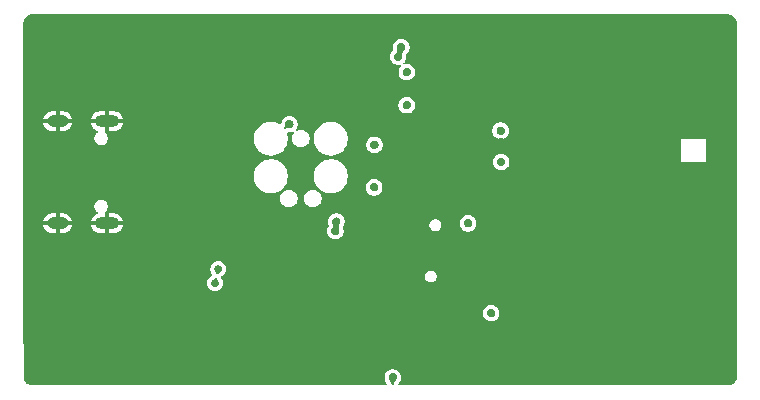
<source format=gbr>
%TF.GenerationSoftware,KiCad,Pcbnew,9.0.2*%
%TF.CreationDate,2025-06-08T15:41:30-05:00*%
%TF.ProjectId,STM32,53544d33-322e-46b6-9963-61645f706362,rev?*%
%TF.SameCoordinates,PX218c9f8PY54a9188*%
%TF.FileFunction,Copper,L2,Inr*%
%TF.FilePolarity,Positive*%
%FSLAX46Y46*%
G04 Gerber Fmt 4.6, Leading zero omitted, Abs format (unit mm)*
G04 Created by KiCad (PCBNEW 9.0.2) date 2025-06-08 15:41:30*
%MOMM*%
%LPD*%
G01*
G04 APERTURE LIST*
%TA.AperFunction,HeatsinkPad*%
%ADD10O,1.800000X1.000000*%
%TD*%
%TA.AperFunction,HeatsinkPad*%
%ADD11O,2.100000X1.000000*%
%TD*%
%TA.AperFunction,ComponentPad*%
%ADD12C,0.700000*%
%TD*%
%TA.AperFunction,ComponentPad*%
%ADD13C,4.400000*%
%TD*%
%TA.AperFunction,ViaPad*%
%ADD14C,0.900000*%
%TD*%
%TA.AperFunction,ViaPad*%
%ADD15C,0.700000*%
%TD*%
%TA.AperFunction,ViaPad*%
%ADD16C,0.650000*%
%TD*%
G04 APERTURE END LIST*
D10*
%TO.N,GND*%
%TO.C,J1*%
X3021000Y13773000D03*
D11*
X7201000Y13773000D03*
D10*
X3021000Y22413000D03*
D11*
X7201000Y22413000D03*
%TD*%
D12*
%TO.N,GND*%
%TO.C,H1*%
X2337726Y27939726D03*
X2821000Y29106452D03*
X2821000Y26773000D03*
X3987726Y29589726D03*
D13*
X3987726Y27939726D03*
D12*
X3987726Y26289726D03*
X5154452Y29106452D03*
X5154452Y26773000D03*
X5637726Y27939726D03*
%TD*%
%TO.N,GND*%
%TO.C,H3*%
X55171000Y27773000D03*
X55654274Y28939726D03*
X55654274Y26606274D03*
X56821000Y29423000D03*
D13*
X56821000Y27773000D03*
D12*
X56821000Y26123000D03*
X57987726Y28939726D03*
X57987726Y26606274D03*
X58471000Y27773000D03*
%TD*%
%TO.N,GND*%
%TO.C,H2*%
X2254274Y3439726D03*
X2737548Y4606452D03*
X2737548Y2273000D03*
X3904274Y5089726D03*
D13*
X3904274Y3439726D03*
D12*
X3904274Y1789726D03*
X5071000Y4606452D03*
X5071000Y2273000D03*
X5554274Y3439726D03*
%TD*%
%TO.N,GND*%
%TO.C,H4*%
X55421000Y3523000D03*
X55904274Y4689726D03*
X55904274Y2356274D03*
X57071000Y5173000D03*
D13*
X57071000Y3523000D03*
D12*
X57071000Y1873000D03*
X58237726Y4689726D03*
X58237726Y2356274D03*
X58721000Y3523000D03*
%TD*%
D14*
%TO.N,GND*%
X10922000Y24384000D03*
D15*
X29591000Y13787000D03*
D14*
X46821000Y773000D03*
X43821000Y773000D03*
X18821000Y773000D03*
X15821000Y773000D03*
X9821000Y773000D03*
X6821000Y773000D03*
X54821000Y12773000D03*
X51821000Y12773000D03*
X50821000Y25773000D03*
X47821000Y25773000D03*
X47821000Y23773000D03*
X44821000Y23773000D03*
X24821000Y28773000D03*
X21821000Y28773000D03*
X21821000Y25773000D03*
X18821000Y25773000D03*
X13821000Y24773000D03*
X18821000Y28773000D03*
X15821000Y28773000D03*
X12821000Y27773000D03*
X9821000Y27773000D03*
X22821000Y12773000D03*
X20821000Y10773000D03*
X52821000Y17773000D03*
X55821000Y16773000D03*
X56821000Y15773000D03*
X57821000Y16773000D03*
X58821000Y22773000D03*
X57821000Y23773000D03*
X56821000Y23773000D03*
X52821000Y22773000D03*
X45821000Y27773000D03*
X47821000Y11773000D03*
X57821000Y13773000D03*
X55821000Y7773000D03*
X26821000Y5773000D03*
X5821000Y6773000D03*
X9821000Y8773000D03*
X12821000Y1773000D03*
X10821000Y3773000D03*
X45821000Y10773000D03*
X58821000Y10773000D03*
X46821000Y5773000D03*
X51821000Y9773000D03*
X51821000Y15773000D03*
X44821000Y29773000D03*
X23821000Y26773000D03*
X17821000Y26773000D03*
X33821000Y30773000D03*
X28821000Y30773000D03*
X22821000Y30773000D03*
X17821000Y30773000D03*
X11821000Y30773000D03*
X8821000Y30773000D03*
D15*
X34821000Y18773000D03*
X50171000Y18873000D03*
X13021000Y14723000D03*
X32821000Y18823000D03*
X32771000Y20423000D03*
D16*
X33920998Y8648000D03*
D15*
X28021000Y19873000D03*
X8171000Y24473000D03*
X56771000Y22523000D03*
X41871000Y25823000D03*
X5171000Y10973000D03*
X31571000Y26623000D03*
X36721000Y21073000D03*
X40621000Y17973000D03*
X50171000Y21273000D03*
X34521000Y20223000D03*
X34821000Y18773000D03*
X9017000Y14478000D03*
X44571000Y13623000D03*
X34971000Y21023000D03*
X13071000Y18773000D03*
X36621000Y11223000D03*
X28771000Y16773000D03*
X46371000Y18223000D03*
X30171000Y11023000D03*
X34371000Y11123000D03*
X34921000Y16473000D03*
X32821000Y16673000D03*
X39871000Y23473000D03*
X40521000Y20673000D03*
X18821000Y4023000D03*
X37071000Y16473000D03*
X23596000Y16373000D03*
X35771000Y26673000D03*
X36771000Y19873000D03*
X13871000Y7623000D03*
X37871000Y11323000D03*
X28371000Y28523000D03*
X43271000Y18223000D03*
X56821000Y17373000D03*
X27221000Y8223000D03*
X36421000Y18523000D03*
X30821000Y24473000D03*
%TO.N,+3V3*%
X40571000Y18973000D03*
X26621000Y13923000D03*
X32121000Y28698000D03*
X32571000Y26573000D03*
X31846000Y27898000D03*
X31396000Y723000D03*
X32571000Y23773000D03*
X40521000Y21623000D03*
X29846000Y20423000D03*
D16*
X16621000Y9898000D03*
D15*
X39721000Y6173000D03*
X29821000Y16823000D03*
X26521000Y13123000D03*
D16*
X16346000Y8723000D03*
D15*
X22646000Y22173000D03*
X37771000Y13773000D03*
D14*
%TO.N,GND*%
X9017000Y21717000D03*
%TD*%
%TA.AperFunction,Conductor*%
%TO.N,GND*%
G36*
X59766278Y31465400D02*
G01*
X59766301Y31465392D01*
X59810270Y31465393D01*
X59817509Y31465038D01*
X59943112Y31452667D01*
X59957330Y31449839D01*
X60074610Y31414263D01*
X60088013Y31408711D01*
X60189223Y31354613D01*
X60196086Y31350945D01*
X60208148Y31342886D01*
X60302881Y31265140D01*
X60313139Y31254882D01*
X60390885Y31160149D01*
X60398944Y31148087D01*
X60456710Y31040013D01*
X60462262Y31026611D01*
X60497837Y30909336D01*
X60500667Y30895108D01*
X60513036Y30769511D01*
X60513392Y30762277D01*
X60513392Y30759007D01*
X60513392Y30718301D01*
X60513403Y30718265D01*
X60513405Y30712565D01*
X60513405Y30712563D01*
X60520460Y836160D01*
X60519991Y829768D01*
X60520449Y783972D01*
X60520117Y776193D01*
X60507103Y640008D01*
X60504004Y624764D01*
X60463988Y498044D01*
X60457772Y483786D01*
X60392150Y368224D01*
X60383089Y355580D01*
X60294761Y256292D01*
X60283259Y245821D01*
X60176128Y167189D01*
X60162691Y159355D01*
X60041487Y104853D01*
X60026708Y100000D01*
X59911293Y75160D01*
X59895714Y73503D01*
X31919166Y76869D01*
X31866843Y98549D01*
X31845175Y150878D01*
X31866847Y203192D01*
X31940114Y276458D01*
X32016775Y391189D01*
X32069580Y518672D01*
X32096500Y654007D01*
X32096500Y791993D01*
X32069580Y927328D01*
X32016775Y1054811D01*
X31940114Y1169542D01*
X31842542Y1267114D01*
X31727811Y1343775D01*
X31727810Y1343776D01*
X31727808Y1343777D01*
X31600332Y1396579D01*
X31600322Y1396582D01*
X31509694Y1414609D01*
X31464993Y1423500D01*
X31327007Y1423500D01*
X31288642Y1415869D01*
X31191677Y1396582D01*
X31191667Y1396579D01*
X31064191Y1343777D01*
X30949461Y1267117D01*
X30851883Y1169539D01*
X30775223Y1054809D01*
X30722421Y927333D01*
X30722418Y927323D01*
X30704285Y836160D01*
X30695500Y791993D01*
X30695500Y654007D01*
X30698285Y640008D01*
X30722418Y518678D01*
X30722421Y518668D01*
X30775223Y391192D01*
X30775224Y391190D01*
X30775225Y391189D01*
X30851886Y276458D01*
X30925024Y203320D01*
X30946698Y150995D01*
X30925024Y98669D01*
X30872698Y76995D01*
X30872689Y76995D01*
X881403Y80602D01*
X875715Y80603D01*
X875699Y80608D01*
X831731Y80608D01*
X831729Y80609D01*
X824487Y80964D01*
X698892Y93333D01*
X684664Y96163D01*
X567389Y131738D01*
X553987Y137290D01*
X445913Y195056D01*
X433851Y203115D01*
X339118Y280861D01*
X328860Y291119D01*
X251114Y385852D01*
X243055Y397914D01*
X185289Y505988D01*
X179737Y519390D01*
X144161Y636670D01*
X141333Y650888D01*
X128962Y776491D01*
X128607Y783744D01*
X128607Y791993D01*
X128608Y827699D01*
X128607Y827702D01*
X128607Y833556D01*
X128593Y833727D01*
X127312Y6241992D01*
X39020500Y6241992D01*
X39020500Y6104009D01*
X39047418Y5968678D01*
X39047421Y5968668D01*
X39100223Y5841192D01*
X39100224Y5841190D01*
X39100225Y5841189D01*
X39176886Y5726458D01*
X39274458Y5628886D01*
X39389189Y5552225D01*
X39516672Y5499420D01*
X39652007Y5472500D01*
X39652009Y5472500D01*
X39789991Y5472500D01*
X39789993Y5472500D01*
X39925328Y5499420D01*
X40052811Y5552225D01*
X40167542Y5628886D01*
X40265114Y5726458D01*
X40341775Y5841189D01*
X40394580Y5968672D01*
X40421500Y6104007D01*
X40421500Y6241993D01*
X40394580Y6377328D01*
X40341775Y6504811D01*
X40265114Y6619542D01*
X40167542Y6717114D01*
X40052811Y6793775D01*
X40052810Y6793776D01*
X40052808Y6793777D01*
X39925332Y6846579D01*
X39925322Y6846582D01*
X39834694Y6864609D01*
X39789993Y6873500D01*
X39652007Y6873500D01*
X39613642Y6865869D01*
X39516677Y6846582D01*
X39516667Y6846579D01*
X39389191Y6793777D01*
X39274461Y6717117D01*
X39176883Y6619539D01*
X39100223Y6504809D01*
X39047421Y6377333D01*
X39047418Y6377323D01*
X39024945Y6264344D01*
X39021220Y6245610D01*
X39020500Y6241992D01*
X127312Y6241992D01*
X126708Y8789531D01*
X15670500Y8789531D01*
X15670500Y8656470D01*
X15696458Y8525969D01*
X15696460Y8525962D01*
X15747379Y8403032D01*
X15821304Y8292395D01*
X15915394Y8198305D01*
X16026031Y8124380D01*
X16148961Y8073461D01*
X16148968Y8073459D01*
X16215093Y8060306D01*
X16279469Y8047500D01*
X16279470Y8047500D01*
X16412530Y8047500D01*
X16412531Y8047500D01*
X16543036Y8073460D01*
X16665969Y8124380D01*
X16776606Y8198305D01*
X16870695Y8292394D01*
X16944620Y8403031D01*
X16995540Y8525964D01*
X17021500Y8656469D01*
X17021500Y8789531D01*
X16995540Y8920036D01*
X16944620Y9042969D01*
X16870695Y9153606D01*
X16866510Y9157791D01*
X16844836Y9210117D01*
X16866510Y9262443D01*
X16890511Y9278481D01*
X16940969Y9299380D01*
X17000108Y9338895D01*
X34120500Y9338895D01*
X34120500Y9207106D01*
X34154606Y9079819D01*
X34154610Y9079810D01*
X34220500Y8965686D01*
X34313686Y8872500D01*
X34427814Y8806608D01*
X34555105Y8772501D01*
X34555106Y8772500D01*
X34555108Y8772500D01*
X34686894Y8772500D01*
X34686894Y8772501D01*
X34814186Y8806608D01*
X34928314Y8872500D01*
X35021500Y8965686D01*
X35087392Y9079814D01*
X35121499Y9207106D01*
X35121500Y9207106D01*
X35121500Y9338894D01*
X35121499Y9338895D01*
X35087393Y9466182D01*
X35087392Y9466186D01*
X35021500Y9580314D01*
X34928314Y9673500D01*
X34880745Y9700964D01*
X34814190Y9739390D01*
X34814181Y9739394D01*
X34686894Y9773500D01*
X34686892Y9773500D01*
X34555108Y9773500D01*
X34555106Y9773500D01*
X34427818Y9739394D01*
X34427809Y9739390D01*
X34313685Y9673500D01*
X34220500Y9580315D01*
X34154610Y9466191D01*
X34154606Y9466182D01*
X34120500Y9338895D01*
X17000108Y9338895D01*
X17051606Y9373305D01*
X17145695Y9467394D01*
X17219620Y9578031D01*
X17270540Y9700964D01*
X17296500Y9831469D01*
X17296500Y9964531D01*
X17270540Y10095036D01*
X17219620Y10217969D01*
X17145695Y10328606D01*
X17051606Y10422695D01*
X16940969Y10496620D01*
X16940970Y10496620D01*
X16940968Y10496621D01*
X16818038Y10547540D01*
X16818031Y10547542D01*
X16709085Y10569213D01*
X16687531Y10573500D01*
X16554469Y10573500D01*
X16535970Y10569821D01*
X16423968Y10547542D01*
X16423961Y10547540D01*
X16301031Y10496621D01*
X16190394Y10422696D01*
X16190393Y10422694D01*
X16096306Y10328607D01*
X16096304Y10328606D01*
X16022379Y10217969D01*
X15971460Y10095039D01*
X15971458Y10095032D01*
X15945500Y9964531D01*
X15945500Y9831470D01*
X15971458Y9700969D01*
X15971460Y9700962D01*
X16022379Y9578032D01*
X16096304Y9467395D01*
X16100488Y9463211D01*
X16122162Y9410885D01*
X16100488Y9358559D01*
X16076482Y9342518D01*
X16026028Y9321619D01*
X15915394Y9247696D01*
X15915393Y9247694D01*
X15821306Y9153607D01*
X15821304Y9153606D01*
X15747379Y9042969D01*
X15696460Y8920039D01*
X15696458Y8920032D01*
X15670500Y8789531D01*
X126708Y8789531D01*
X125486Y13948001D01*
X1789157Y13948001D01*
X1789157Y13948000D01*
X2375625Y13948000D01*
X2341444Y13888796D01*
X2321000Y13812496D01*
X2321000Y13733504D01*
X2341444Y13657204D01*
X2375625Y13598000D01*
X1789157Y13598000D01*
X1803663Y13525070D01*
X1803665Y13525064D01*
X1867740Y13370374D01*
X1960761Y13231157D01*
X2079156Y13112762D01*
X2218373Y13019741D01*
X2373063Y12955666D01*
X2373069Y12955664D01*
X2537284Y12923000D01*
X2846000Y12923000D01*
X2846000Y13473000D01*
X3196000Y13473000D01*
X3196000Y12923000D01*
X3504716Y12923000D01*
X3668930Y12955664D01*
X3668936Y12955666D01*
X3823626Y13019741D01*
X3962843Y13112762D01*
X3962845Y13112763D01*
X4081237Y13231155D01*
X4081238Y13231157D01*
X4174259Y13370374D01*
X4238334Y13525064D01*
X4238336Y13525070D01*
X4252842Y13598000D01*
X3666375Y13598000D01*
X3700556Y13657204D01*
X3721000Y13733504D01*
X3721000Y13812496D01*
X3700556Y13888796D01*
X3666375Y13948000D01*
X4252843Y13948000D01*
X4252842Y13948001D01*
X5819157Y13948001D01*
X5819157Y13948000D01*
X6405625Y13948000D01*
X6371444Y13888796D01*
X6351000Y13812496D01*
X6351000Y13733504D01*
X6371444Y13657204D01*
X6405625Y13598000D01*
X5819157Y13598000D01*
X5833663Y13525070D01*
X5833665Y13525064D01*
X5897740Y13370374D01*
X5990761Y13231157D01*
X6109156Y13112762D01*
X6248373Y13019741D01*
X6403063Y12955666D01*
X6403069Y12955664D01*
X6567284Y12923000D01*
X7026000Y12923000D01*
X7026000Y13473000D01*
X7376000Y13473000D01*
X7376000Y12923000D01*
X7834716Y12923000D01*
X7998930Y12955664D01*
X7998936Y12955666D01*
X8153626Y13019741D01*
X8292843Y13112762D01*
X8292845Y13112763D01*
X8372074Y13191992D01*
X25820500Y13191992D01*
X25820500Y13054009D01*
X25847418Y12918678D01*
X25847421Y12918668D01*
X25900223Y12791192D01*
X25900224Y12791190D01*
X25900225Y12791189D01*
X25976886Y12676458D01*
X26074458Y12578886D01*
X26189189Y12502225D01*
X26316672Y12449420D01*
X26452007Y12422500D01*
X26452009Y12422500D01*
X26589991Y12422500D01*
X26589993Y12422500D01*
X26725328Y12449420D01*
X26852811Y12502225D01*
X26967542Y12578886D01*
X27065114Y12676458D01*
X27141775Y12791189D01*
X27194580Y12918672D01*
X27221500Y13054007D01*
X27221500Y13191993D01*
X27194580Y13327328D01*
X27160307Y13410071D01*
X27160307Y13466705D01*
X27167138Y13479489D01*
X27241775Y13591189D01*
X27282246Y13688895D01*
X34495500Y13688895D01*
X34495500Y13557106D01*
X34529606Y13429819D01*
X34529607Y13429816D01*
X34529608Y13429814D01*
X34595500Y13315686D01*
X34688686Y13222500D01*
X34802814Y13156608D01*
X34930105Y13122501D01*
X34930106Y13122500D01*
X34930108Y13122500D01*
X35061894Y13122500D01*
X35061894Y13122501D01*
X35189186Y13156608D01*
X35303314Y13222500D01*
X35396500Y13315686D01*
X35462392Y13429814D01*
X35496499Y13557106D01*
X35496500Y13557106D01*
X35496500Y13688894D01*
X35496499Y13688895D01*
X35492449Y13704009D01*
X35462392Y13816186D01*
X35447493Y13841992D01*
X37070500Y13841992D01*
X37070500Y13704009D01*
X37097418Y13568678D01*
X37097421Y13568668D01*
X37150223Y13441192D01*
X37226304Y13327328D01*
X37226886Y13326458D01*
X37324458Y13228886D01*
X37439189Y13152225D01*
X37439190Y13152225D01*
X37439191Y13152224D01*
X37534459Y13112763D01*
X37566672Y13099420D01*
X37702007Y13072500D01*
X37702009Y13072500D01*
X37839991Y13072500D01*
X37839993Y13072500D01*
X37975328Y13099420D01*
X38102811Y13152225D01*
X38217542Y13228886D01*
X38315114Y13326458D01*
X38391775Y13441189D01*
X38444580Y13568672D01*
X38471500Y13704007D01*
X38471500Y13841993D01*
X38444580Y13977328D01*
X38391775Y14104811D01*
X38315114Y14219542D01*
X38217542Y14317114D01*
X38102811Y14393775D01*
X38102810Y14393776D01*
X38102808Y14393777D01*
X37975332Y14446579D01*
X37975322Y14446582D01*
X37872082Y14467117D01*
X37839993Y14473500D01*
X37702007Y14473500D01*
X37669918Y14467117D01*
X37566677Y14446582D01*
X37566667Y14446579D01*
X37439191Y14393777D01*
X37324461Y14317117D01*
X37226883Y14219539D01*
X37150223Y14104809D01*
X37097421Y13977333D01*
X37097418Y13977323D01*
X37070500Y13841992D01*
X35447493Y13841992D01*
X35396500Y13930314D01*
X35303314Y14023500D01*
X35217578Y14073000D01*
X35189190Y14089390D01*
X35189181Y14089394D01*
X35061894Y14123500D01*
X35061892Y14123500D01*
X34930108Y14123500D01*
X34930106Y14123500D01*
X34802818Y14089394D01*
X34802809Y14089390D01*
X34688685Y14023500D01*
X34595500Y13930315D01*
X34529610Y13816191D01*
X34529606Y13816182D01*
X34495500Y13688895D01*
X27282246Y13688895D01*
X27294580Y13718672D01*
X27321500Y13854007D01*
X27321500Y13991993D01*
X27294580Y14127328D01*
X27241775Y14254811D01*
X27165114Y14369542D01*
X27067542Y14467114D01*
X26952811Y14543775D01*
X26952810Y14543776D01*
X26952808Y14543777D01*
X26825332Y14596579D01*
X26825322Y14596582D01*
X26734694Y14614609D01*
X26689993Y14623500D01*
X26552007Y14623500D01*
X26513642Y14615869D01*
X26416677Y14596582D01*
X26416667Y14596579D01*
X26289191Y14543777D01*
X26174461Y14467117D01*
X26076883Y14369539D01*
X26000223Y14254809D01*
X25947421Y14127333D01*
X25947418Y14127323D01*
X25920500Y13991992D01*
X25920500Y13854009D01*
X25947418Y13718678D01*
X25947420Y13718673D01*
X25947420Y13718672D01*
X25981692Y13635932D01*
X25981692Y13579295D01*
X25974854Y13566502D01*
X25900223Y13454809D01*
X25847421Y13327333D01*
X25847418Y13327323D01*
X25820500Y13191992D01*
X8372074Y13191992D01*
X8411237Y13231155D01*
X8411238Y13231157D01*
X8414969Y13236740D01*
X8504259Y13370374D01*
X8568334Y13525064D01*
X8568336Y13525070D01*
X8582842Y13598000D01*
X7996375Y13598000D01*
X8030556Y13657204D01*
X8051000Y13733504D01*
X8051000Y13812496D01*
X8030556Y13888796D01*
X7996375Y13948000D01*
X8582843Y13948000D01*
X8582842Y13948001D01*
X8568336Y14020931D01*
X8568334Y14020937D01*
X8504259Y14175627D01*
X8411238Y14314844D01*
X8292843Y14433239D01*
X8153626Y14526260D01*
X7998936Y14590335D01*
X7998930Y14590337D01*
X7834716Y14623000D01*
X7376000Y14623000D01*
X7376000Y14073000D01*
X7026000Y14073000D01*
X7026000Y14626994D01*
X7007150Y14672502D01*
X7028824Y14724828D01*
X7044149Y14736587D01*
X7054365Y14742485D01*
X7161515Y14849635D01*
X7237281Y14980865D01*
X7276499Y15127232D01*
X7276500Y15127232D01*
X7276500Y15278768D01*
X7276499Y15278769D01*
X7237282Y15425131D01*
X7237281Y15425135D01*
X7161515Y15556365D01*
X7054365Y15663515D01*
X7054362Y15663517D01*
X6923139Y15739279D01*
X6923130Y15739283D01*
X6776768Y15778500D01*
X6776766Y15778500D01*
X6625234Y15778500D01*
X6625232Y15778500D01*
X6478869Y15739283D01*
X6478860Y15739279D01*
X6347637Y15663517D01*
X6240483Y15556363D01*
X6164721Y15425140D01*
X6164717Y15425131D01*
X6125500Y15278769D01*
X6125500Y15127232D01*
X6164717Y14980870D01*
X6164718Y14980867D01*
X6164719Y14980865D01*
X6240485Y14849635D01*
X6347635Y14742485D01*
X6347637Y14742484D01*
X6394281Y14715554D01*
X6428760Y14670621D01*
X6421367Y14614468D01*
X6385600Y14583101D01*
X6248373Y14526260D01*
X6109156Y14433239D01*
X6109155Y14433237D01*
X5990763Y14314845D01*
X5990761Y14314844D01*
X5897740Y14175627D01*
X5833665Y14020937D01*
X5833663Y14020931D01*
X5819157Y13948001D01*
X4252842Y13948001D01*
X4238336Y14020931D01*
X4238334Y14020937D01*
X4174259Y14175627D01*
X4081238Y14314844D01*
X3962843Y14433239D01*
X3823626Y14526260D01*
X3668936Y14590335D01*
X3668930Y14590337D01*
X3504716Y14623000D01*
X3196000Y14623000D01*
X3196000Y14073000D01*
X2846000Y14073000D01*
X2846000Y14623000D01*
X2537284Y14623000D01*
X2373069Y14590337D01*
X2373063Y14590335D01*
X2218373Y14526260D01*
X2079156Y14433239D01*
X2079155Y14433237D01*
X1960763Y14314845D01*
X1960761Y14314844D01*
X1867740Y14175627D01*
X1803665Y14020937D01*
X1803663Y14020931D01*
X1789157Y13948001D01*
X125486Y13948001D01*
X125014Y15941455D01*
X21849200Y15941455D01*
X21849200Y15794545D01*
X21856267Y15759014D01*
X21877858Y15650465D01*
X21877861Y15650454D01*
X21934078Y15514734D01*
X21934079Y15514732D01*
X21934080Y15514731D01*
X22015699Y15392580D01*
X22119580Y15288699D01*
X22241731Y15207080D01*
X22377458Y15150860D01*
X22521545Y15122200D01*
X22668455Y15122200D01*
X22812542Y15150860D01*
X22948269Y15207080D01*
X23070420Y15288699D01*
X23174301Y15392580D01*
X23255920Y15514731D01*
X23312140Y15650458D01*
X23340800Y15794545D01*
X23340800Y15941455D01*
X23881200Y15941455D01*
X23881200Y15794545D01*
X23888267Y15759014D01*
X23909858Y15650465D01*
X23909861Y15650454D01*
X23966078Y15514734D01*
X23966079Y15514732D01*
X23966080Y15514731D01*
X24047699Y15392580D01*
X24151580Y15288699D01*
X24273731Y15207080D01*
X24409458Y15150860D01*
X24553545Y15122200D01*
X24700455Y15122200D01*
X24844542Y15150860D01*
X24980269Y15207080D01*
X25102420Y15288699D01*
X25206301Y15392580D01*
X25287920Y15514731D01*
X25344140Y15650458D01*
X25372800Y15794545D01*
X25372800Y15941455D01*
X25344140Y16085542D01*
X25344138Y16085547D01*
X25287921Y16221267D01*
X25206303Y16343417D01*
X25206301Y16343420D01*
X25102420Y16447301D01*
X24980269Y16528920D01*
X24980268Y16528921D01*
X24980266Y16528922D01*
X24844546Y16585139D01*
X24844535Y16585142D01*
X24700455Y16613800D01*
X24553545Y16613800D01*
X24409464Y16585142D01*
X24409453Y16585139D01*
X24273733Y16528922D01*
X24151583Y16447304D01*
X24047696Y16343417D01*
X23966078Y16221267D01*
X23909861Y16085547D01*
X23909858Y16085536D01*
X23881919Y15945072D01*
X23881200Y15941455D01*
X23340800Y15941455D01*
X23312140Y16085542D01*
X23312138Y16085547D01*
X23255921Y16221267D01*
X23174303Y16343417D01*
X23174301Y16343420D01*
X23070420Y16447301D01*
X22948269Y16528920D01*
X22948268Y16528921D01*
X22948266Y16528922D01*
X22812546Y16585139D01*
X22812535Y16585142D01*
X22668455Y16613800D01*
X22521545Y16613800D01*
X22377464Y16585142D01*
X22377453Y16585139D01*
X22241733Y16528922D01*
X22119583Y16447304D01*
X22015696Y16343417D01*
X21934078Y16221267D01*
X21877861Y16085547D01*
X21877858Y16085536D01*
X21849919Y15945072D01*
X21849200Y15941455D01*
X125014Y15941455D01*
X124553Y17886169D01*
X19633050Y17886169D01*
X19633050Y17659831D01*
X19667270Y17443777D01*
X19668458Y17436280D01*
X19668460Y17436269D01*
X19738397Y17221025D01*
X19841154Y17019350D01*
X19974189Y16836244D01*
X19974193Y16836239D01*
X20134239Y16676193D01*
X20134242Y16676191D01*
X20134243Y16676190D01*
X20317349Y16543155D01*
X20414552Y16493628D01*
X20519019Y16440400D01*
X20519021Y16440400D01*
X20519024Y16440398D01*
X20734268Y16370461D01*
X20734272Y16370461D01*
X20734279Y16370458D01*
X20927263Y16339892D01*
X20957830Y16335050D01*
X20957831Y16335050D01*
X21184170Y16335050D01*
X21211059Y16339310D01*
X21407721Y16370458D01*
X21407729Y16370461D01*
X21407731Y16370461D01*
X21622975Y16440398D01*
X21622975Y16440399D01*
X21622981Y16440400D01*
X21824650Y16543155D01*
X22007761Y16676193D01*
X22167807Y16836239D01*
X22300845Y17019350D01*
X22403600Y17221019D01*
X22473542Y17436279D01*
X22508950Y17659831D01*
X22508950Y17886169D01*
X24713050Y17886169D01*
X24713050Y17659831D01*
X24747270Y17443777D01*
X24748458Y17436280D01*
X24748460Y17436269D01*
X24818397Y17221025D01*
X24921154Y17019350D01*
X25054189Y16836244D01*
X25054193Y16836239D01*
X25214239Y16676193D01*
X25214242Y16676191D01*
X25214243Y16676190D01*
X25397349Y16543155D01*
X25494552Y16493628D01*
X25599019Y16440400D01*
X25599021Y16440400D01*
X25599024Y16440398D01*
X25814268Y16370461D01*
X25814272Y16370461D01*
X25814279Y16370458D01*
X26007263Y16339892D01*
X26037830Y16335050D01*
X26037831Y16335050D01*
X26264170Y16335050D01*
X26291059Y16339310D01*
X26487721Y16370458D01*
X26487729Y16370461D01*
X26487731Y16370461D01*
X26702975Y16440398D01*
X26702975Y16440399D01*
X26702981Y16440400D01*
X26904650Y16543155D01*
X27087761Y16676193D01*
X27247807Y16836239D01*
X27288314Y16891992D01*
X29120500Y16891992D01*
X29120500Y16754009D01*
X29147418Y16618678D01*
X29147421Y16618668D01*
X29200223Y16491192D01*
X29234162Y16440398D01*
X29276886Y16376458D01*
X29374458Y16278886D01*
X29489189Y16202225D01*
X29616672Y16149420D01*
X29752007Y16122500D01*
X29752009Y16122500D01*
X29889991Y16122500D01*
X29889993Y16122500D01*
X30025328Y16149420D01*
X30152811Y16202225D01*
X30267542Y16278886D01*
X30365114Y16376458D01*
X30441775Y16491189D01*
X30494580Y16618672D01*
X30521500Y16754007D01*
X30521500Y16891993D01*
X30494580Y17027328D01*
X30441775Y17154811D01*
X30365114Y17269542D01*
X30267542Y17367114D01*
X30164044Y17436269D01*
X30152808Y17443777D01*
X30025332Y17496579D01*
X30025322Y17496582D01*
X29934694Y17514609D01*
X29889993Y17523500D01*
X29752007Y17523500D01*
X29713642Y17515869D01*
X29616677Y17496582D01*
X29616667Y17496579D01*
X29489191Y17443777D01*
X29374461Y17367117D01*
X29276883Y17269539D01*
X29200223Y17154809D01*
X29147421Y17027333D01*
X29147418Y17027323D01*
X29120500Y16891992D01*
X27288314Y16891992D01*
X27380845Y17019350D01*
X27483600Y17221019D01*
X27553542Y17436279D01*
X27588950Y17659831D01*
X27588950Y17886169D01*
X27553542Y18109721D01*
X27553539Y18109728D01*
X27553539Y18109732D01*
X27483602Y18324976D01*
X27483600Y18324979D01*
X27483600Y18324981D01*
X27380941Y18526462D01*
X27380845Y18526651D01*
X27247810Y18709757D01*
X27247809Y18709758D01*
X27247807Y18709761D01*
X27087761Y18869807D01*
X27087758Y18869810D01*
X27087756Y18869811D01*
X26928164Y18985761D01*
X26904649Y19002846D01*
X26827820Y19041992D01*
X39870500Y19041992D01*
X39870500Y18904009D01*
X39897418Y18768678D01*
X39897421Y18768668D01*
X39950223Y18641192D01*
X40026757Y18526650D01*
X40026886Y18526458D01*
X40124458Y18428886D01*
X40239189Y18352225D01*
X40366672Y18299420D01*
X40502007Y18272500D01*
X40502009Y18272500D01*
X40639991Y18272500D01*
X40639993Y18272500D01*
X40775328Y18299420D01*
X40902811Y18352225D01*
X41017542Y18428886D01*
X41115114Y18526458D01*
X41191775Y18641189D01*
X41244580Y18768672D01*
X41271500Y18904007D01*
X41271500Y18998000D01*
X55831000Y18998000D01*
X57921000Y18998000D01*
X57921000Y20898000D01*
X55831000Y20898000D01*
X55831000Y18998000D01*
X41271500Y18998000D01*
X41271500Y19041993D01*
X41244580Y19177328D01*
X41191775Y19304811D01*
X41115114Y19419542D01*
X41017542Y19517114D01*
X40975122Y19545458D01*
X40902808Y19593777D01*
X40775332Y19646579D01*
X40775322Y19646582D01*
X40684694Y19664609D01*
X40639993Y19673500D01*
X40502007Y19673500D01*
X40463642Y19665869D01*
X40366677Y19646582D01*
X40366667Y19646579D01*
X40239191Y19593777D01*
X40124461Y19517117D01*
X40026883Y19419539D01*
X39950223Y19304809D01*
X39897421Y19177333D01*
X39897418Y19177323D01*
X39870500Y19041992D01*
X26827820Y19041992D01*
X26702975Y19105603D01*
X26487731Y19175540D01*
X26487722Y19175542D01*
X26487721Y19175542D01*
X26375945Y19193246D01*
X26264170Y19210950D01*
X26264169Y19210950D01*
X26037831Y19210950D01*
X26037830Y19210950D01*
X25814279Y19175542D01*
X25814268Y19175540D01*
X25599024Y19105603D01*
X25397349Y19002846D01*
X25214243Y18869811D01*
X25054189Y18709757D01*
X24921154Y18526651D01*
X24818397Y18324976D01*
X24748460Y18109732D01*
X24748458Y18109721D01*
X24713050Y17886169D01*
X22508950Y17886169D01*
X22473542Y18109721D01*
X22473539Y18109728D01*
X22473539Y18109732D01*
X22403602Y18324976D01*
X22403600Y18324979D01*
X22403600Y18324981D01*
X22300941Y18526462D01*
X22300845Y18526651D01*
X22167810Y18709757D01*
X22167809Y18709758D01*
X22167807Y18709761D01*
X22007761Y18869807D01*
X22007758Y18869810D01*
X22007756Y18869811D01*
X21824650Y19002846D01*
X21622975Y19105603D01*
X21407731Y19175540D01*
X21407722Y19175542D01*
X21407721Y19175542D01*
X21295945Y19193246D01*
X21184170Y19210950D01*
X21184169Y19210950D01*
X20957831Y19210950D01*
X20957830Y19210950D01*
X20734279Y19175542D01*
X20734268Y19175540D01*
X20519024Y19105603D01*
X20317349Y19002846D01*
X20134243Y18869811D01*
X19974189Y18709757D01*
X19841154Y18526651D01*
X19738397Y18324976D01*
X19668460Y18109732D01*
X19668458Y18109721D01*
X19633050Y17886169D01*
X124553Y17886169D01*
X123439Y22588001D01*
X1789157Y22588001D01*
X1789157Y22588000D01*
X2375625Y22588000D01*
X2341444Y22528796D01*
X2321000Y22452496D01*
X2321000Y22373504D01*
X2341444Y22297204D01*
X2375625Y22238000D01*
X1789157Y22238000D01*
X1803663Y22165070D01*
X1803665Y22165064D01*
X1867740Y22010374D01*
X1960761Y21871157D01*
X2079156Y21752762D01*
X2218373Y21659741D01*
X2373063Y21595666D01*
X2373069Y21595664D01*
X2537284Y21563000D01*
X2846000Y21563000D01*
X2846000Y22113000D01*
X3196000Y22113000D01*
X3196000Y21563000D01*
X3504716Y21563000D01*
X3668930Y21595664D01*
X3668936Y21595666D01*
X3823626Y21659741D01*
X3962843Y21752762D01*
X3962845Y21752763D01*
X4081237Y21871155D01*
X4081238Y21871157D01*
X4174259Y22010374D01*
X4238334Y22165064D01*
X4238336Y22165070D01*
X4252842Y22238000D01*
X3666375Y22238000D01*
X3700556Y22297204D01*
X3721000Y22373504D01*
X3721000Y22452496D01*
X3700556Y22528796D01*
X3666375Y22588000D01*
X4252843Y22588000D01*
X4252842Y22588001D01*
X5819157Y22588001D01*
X5819157Y22588000D01*
X6405625Y22588000D01*
X6371444Y22528796D01*
X6351000Y22452496D01*
X6351000Y22373504D01*
X6371444Y22297204D01*
X6405625Y22238000D01*
X5819157Y22238000D01*
X5833663Y22165070D01*
X5833665Y22165064D01*
X5897740Y22010374D01*
X5990761Y21871157D01*
X6109156Y21752762D01*
X6248374Y21659740D01*
X6385599Y21602900D01*
X6425648Y21562852D01*
X6425648Y21506215D01*
X6394282Y21470448D01*
X6347638Y21443518D01*
X6347638Y21443517D01*
X6347635Y21443515D01*
X6291521Y21387401D01*
X6240483Y21336363D01*
X6164721Y21205140D01*
X6164717Y21205131D01*
X6125500Y21058769D01*
X6125500Y20907232D01*
X6164717Y20760870D01*
X6164721Y20760861D01*
X6182277Y20730454D01*
X6240485Y20629635D01*
X6347635Y20522485D01*
X6478865Y20446719D01*
X6625231Y20407501D01*
X6625232Y20407500D01*
X6625234Y20407500D01*
X6776768Y20407500D01*
X6776768Y20407501D01*
X6923135Y20446719D01*
X7054365Y20522485D01*
X7161515Y20629635D01*
X7237281Y20760865D01*
X7276499Y20907232D01*
X7276500Y20907232D01*
X7276500Y21058769D01*
X7275857Y21061169D01*
X19633050Y21061169D01*
X19633050Y20834831D01*
X19649581Y20730458D01*
X19668458Y20611280D01*
X19668460Y20611269D01*
X19738397Y20396025D01*
X19841154Y20194350D01*
X19974189Y20011244D01*
X19974193Y20011239D01*
X20134239Y19851193D01*
X20134242Y19851191D01*
X20134243Y19851190D01*
X20317349Y19718155D01*
X20404991Y19673500D01*
X20519019Y19615400D01*
X20519021Y19615400D01*
X20519024Y19615398D01*
X20734268Y19545461D01*
X20734272Y19545461D01*
X20734279Y19545458D01*
X20913213Y19517117D01*
X20957830Y19510050D01*
X20957831Y19510050D01*
X21184170Y19510050D01*
X21228787Y19517117D01*
X21407721Y19545458D01*
X21407729Y19545461D01*
X21407731Y19545461D01*
X21622975Y19615398D01*
X21622975Y19615399D01*
X21622981Y19615400D01*
X21824650Y19718155D01*
X22007761Y19851193D01*
X22167807Y20011239D01*
X22300845Y20194350D01*
X22403600Y20396019D01*
X22428476Y20472580D01*
X22473539Y20611269D01*
X22473539Y20611271D01*
X22473542Y20611279D01*
X22508950Y20834831D01*
X22508950Y21061169D01*
X22473542Y21284721D01*
X22473538Y21284732D01*
X22440179Y21387401D01*
X22444622Y21443864D01*
X22487689Y21480647D01*
X22524990Y21482847D01*
X22577007Y21472500D01*
X22577009Y21472500D01*
X22714991Y21472500D01*
X22714993Y21472500D01*
X22850328Y21499420D01*
X22946665Y21539324D01*
X23003299Y21539324D01*
X23043348Y21499276D01*
X23043348Y21442639D01*
X23033664Y21426480D01*
X23033719Y21426443D01*
X23032985Y21425346D01*
X23032192Y21424021D01*
X23031699Y21423421D01*
X22950078Y21301267D01*
X22893861Y21165547D01*
X22893858Y21165536D01*
X22865200Y21021455D01*
X22865200Y20874546D01*
X22893858Y20730465D01*
X22893861Y20730454D01*
X22950078Y20594734D01*
X23018727Y20491993D01*
X23031699Y20472580D01*
X23135580Y20368699D01*
X23257731Y20287080D01*
X23393458Y20230860D01*
X23537545Y20202200D01*
X23684455Y20202200D01*
X23828542Y20230860D01*
X23964269Y20287080D01*
X24086420Y20368699D01*
X24190301Y20472580D01*
X24271920Y20594731D01*
X24328140Y20730458D01*
X24356800Y20874545D01*
X24356800Y21021455D01*
X24356800Y21021456D01*
X24351194Y21049642D01*
X24348901Y21061169D01*
X24713050Y21061169D01*
X24713050Y20834831D01*
X24729581Y20730458D01*
X24748458Y20611280D01*
X24748460Y20611269D01*
X24818397Y20396025D01*
X24921154Y20194350D01*
X25054189Y20011244D01*
X25054193Y20011239D01*
X25214239Y19851193D01*
X25214242Y19851191D01*
X25214243Y19851190D01*
X25397349Y19718155D01*
X25484991Y19673500D01*
X25599019Y19615400D01*
X25599021Y19615400D01*
X25599024Y19615398D01*
X25814268Y19545461D01*
X25814272Y19545461D01*
X25814279Y19545458D01*
X25993213Y19517117D01*
X26037830Y19510050D01*
X26037831Y19510050D01*
X26264170Y19510050D01*
X26308787Y19517117D01*
X26487721Y19545458D01*
X26487729Y19545461D01*
X26487731Y19545461D01*
X26702975Y19615398D01*
X26702975Y19615399D01*
X26702981Y19615400D01*
X26904650Y19718155D01*
X27087761Y19851193D01*
X27247807Y20011239D01*
X27380845Y20194350D01*
X27483600Y20396019D01*
X27500073Y20446718D01*
X27514784Y20491992D01*
X29145500Y20491992D01*
X29145500Y20354009D01*
X29172418Y20218678D01*
X29172421Y20218668D01*
X29225223Y20091192D01*
X29278642Y20011244D01*
X29301886Y19976458D01*
X29399458Y19878886D01*
X29514189Y19802225D01*
X29641672Y19749420D01*
X29777007Y19722500D01*
X29777009Y19722500D01*
X29914991Y19722500D01*
X29914993Y19722500D01*
X30050328Y19749420D01*
X30177811Y19802225D01*
X30292542Y19878886D01*
X30390114Y19976458D01*
X30466775Y20091189D01*
X30519580Y20218672D01*
X30546500Y20354007D01*
X30546500Y20491993D01*
X30519580Y20627328D01*
X30476862Y20730458D01*
X30466776Y20754809D01*
X30462732Y20760861D01*
X30390114Y20869542D01*
X30292542Y20967114D01*
X30239996Y21002224D01*
X30177808Y21043777D01*
X30050332Y21096579D01*
X30050322Y21096582D01*
X29959694Y21114609D01*
X29914993Y21123500D01*
X29777007Y21123500D01*
X29738642Y21115869D01*
X29641677Y21096582D01*
X29641667Y21096579D01*
X29514191Y21043777D01*
X29399461Y20967117D01*
X29301883Y20869539D01*
X29225223Y20754809D01*
X29172421Y20627333D01*
X29172418Y20627323D01*
X29145500Y20491992D01*
X27514784Y20491992D01*
X27523395Y20518495D01*
X27553539Y20611269D01*
X27553539Y20611271D01*
X27553542Y20611279D01*
X27588950Y20834831D01*
X27588950Y21061169D01*
X27553542Y21284721D01*
X27553539Y21284728D01*
X27553539Y21284732D01*
X27483602Y21499976D01*
X27483600Y21499979D01*
X27483600Y21499981D01*
X27385765Y21691993D01*
X39820500Y21691993D01*
X39820500Y21554007D01*
X39827412Y21519259D01*
X39847418Y21418678D01*
X39847421Y21418668D01*
X39900223Y21291192D01*
X39957724Y21205135D01*
X39976886Y21176458D01*
X40074458Y21078886D01*
X40189189Y21002225D01*
X40189190Y21002225D01*
X40189191Y21002224D01*
X40273955Y20967114D01*
X40316672Y20949420D01*
X40452007Y20922500D01*
X40452009Y20922500D01*
X40589991Y20922500D01*
X40589993Y20922500D01*
X40725328Y20949420D01*
X40852811Y21002225D01*
X40967542Y21078886D01*
X41065114Y21176458D01*
X41141775Y21291189D01*
X41194580Y21418672D01*
X41221500Y21554007D01*
X41221500Y21691993D01*
X41194580Y21827328D01*
X41176426Y21871155D01*
X41141776Y21954809D01*
X41065116Y22069539D01*
X41065114Y22069542D01*
X40967542Y22167114D01*
X40951480Y22177846D01*
X40852808Y22243777D01*
X40725332Y22296579D01*
X40725322Y22296582D01*
X40634694Y22314609D01*
X40589993Y22323500D01*
X40452007Y22323500D01*
X40413642Y22315869D01*
X40316677Y22296582D01*
X40316667Y22296579D01*
X40189191Y22243777D01*
X40074461Y22167117D01*
X39976883Y22069539D01*
X39900223Y21954809D01*
X39847421Y21827333D01*
X39847418Y21827323D01*
X39825127Y21715255D01*
X39820500Y21691993D01*
X27385765Y21691993D01*
X27380845Y21701650D01*
X27247810Y21884757D01*
X27247809Y21884758D01*
X27247807Y21884761D01*
X27087761Y22044807D01*
X27087758Y22044810D01*
X27087756Y22044811D01*
X26904650Y22177846D01*
X26702975Y22280603D01*
X26487731Y22350540D01*
X26487722Y22350542D01*
X26487721Y22350542D01*
X26342748Y22373504D01*
X26264170Y22385950D01*
X26264169Y22385950D01*
X26037831Y22385950D01*
X26037830Y22385950D01*
X25814279Y22350542D01*
X25814268Y22350540D01*
X25599024Y22280603D01*
X25397349Y22177846D01*
X25214243Y22044811D01*
X25054189Y21884757D01*
X24921154Y21701651D01*
X24818397Y21499976D01*
X24748460Y21284732D01*
X24748458Y21284721D01*
X24718659Y21096579D01*
X24713050Y21061169D01*
X24348901Y21061169D01*
X24328141Y21165536D01*
X24328140Y21165542D01*
X24328138Y21165547D01*
X24271921Y21301267D01*
X24248469Y21336365D01*
X24190301Y21423420D01*
X24086420Y21527301D01*
X24068426Y21539324D01*
X23964266Y21608922D01*
X23828546Y21665139D01*
X23828535Y21665142D01*
X23684455Y21693800D01*
X23537545Y21693800D01*
X23393464Y21665142D01*
X23393453Y21665139D01*
X23281022Y21618569D01*
X23224385Y21618569D01*
X23184337Y21658618D01*
X23184337Y21715255D01*
X23191171Y21728041D01*
X23266775Y21841189D01*
X23319580Y21968672D01*
X23346500Y22104007D01*
X23346500Y22241993D01*
X23319580Y22377328D01*
X23266775Y22504811D01*
X23190114Y22619542D01*
X23092542Y22717114D01*
X22977811Y22793775D01*
X22977810Y22793776D01*
X22977808Y22793777D01*
X22850332Y22846579D01*
X22850322Y22846582D01*
X22759694Y22864609D01*
X22714993Y22873500D01*
X22577007Y22873500D01*
X22538642Y22865869D01*
X22441677Y22846582D01*
X22441667Y22846579D01*
X22314191Y22793777D01*
X22199461Y22717117D01*
X22101883Y22619539D01*
X22025223Y22504809D01*
X21972421Y22377333D01*
X21972418Y22377323D01*
X21956358Y22296580D01*
X21945855Y22243775D01*
X21945500Y22241992D01*
X21945500Y22235276D01*
X21923826Y22182950D01*
X21871500Y22161276D01*
X21828008Y22175405D01*
X21824646Y22177848D01*
X21622975Y22280603D01*
X21407731Y22350540D01*
X21407722Y22350542D01*
X21407721Y22350542D01*
X21262748Y22373504D01*
X21184170Y22385950D01*
X21184169Y22385950D01*
X20957831Y22385950D01*
X20957830Y22385950D01*
X20734279Y22350542D01*
X20734268Y22350540D01*
X20519024Y22280603D01*
X20317349Y22177846D01*
X20134243Y22044811D01*
X19974189Y21884757D01*
X19841154Y21701651D01*
X19738397Y21499976D01*
X19668460Y21284732D01*
X19668458Y21284721D01*
X19638659Y21096579D01*
X19633050Y21061169D01*
X7275857Y21061169D01*
X7237282Y21205131D01*
X7237281Y21205135D01*
X7161515Y21336365D01*
X7054365Y21443515D01*
X7044148Y21449414D01*
X7009671Y21494348D01*
X7017065Y21550501D01*
X7026000Y21562145D01*
X7026000Y22113000D01*
X7376000Y22113000D01*
X7376000Y21563000D01*
X7834716Y21563000D01*
X7998930Y21595664D01*
X7998936Y21595666D01*
X8153626Y21659741D01*
X8292843Y21752762D01*
X8292845Y21752763D01*
X8411237Y21871155D01*
X8411238Y21871157D01*
X8504259Y22010374D01*
X8568334Y22165064D01*
X8568336Y22165070D01*
X8582842Y22238000D01*
X7996375Y22238000D01*
X8030556Y22297204D01*
X8051000Y22373504D01*
X8051000Y22452496D01*
X8030556Y22528796D01*
X7996375Y22588000D01*
X8582843Y22588000D01*
X8582842Y22588001D01*
X8568336Y22660931D01*
X8568334Y22660937D01*
X8504259Y22815627D01*
X8411238Y22954844D01*
X8292843Y23073239D01*
X8153626Y23166260D01*
X7998936Y23230335D01*
X7998930Y23230337D01*
X7834716Y23263000D01*
X7376000Y23263000D01*
X7376000Y22713000D01*
X7026000Y22713000D01*
X7026000Y23263000D01*
X6567284Y23263000D01*
X6403069Y23230337D01*
X6403063Y23230335D01*
X6248373Y23166260D01*
X6109156Y23073239D01*
X6109155Y23073237D01*
X5990763Y22954845D01*
X5990761Y22954844D01*
X5897740Y22815627D01*
X5833665Y22660937D01*
X5833663Y22660931D01*
X5819157Y22588001D01*
X4252842Y22588001D01*
X4238336Y22660931D01*
X4238334Y22660937D01*
X4174259Y22815627D01*
X4081238Y22954844D01*
X3962843Y23073239D01*
X3823626Y23166260D01*
X3668936Y23230335D01*
X3668930Y23230337D01*
X3504716Y23263000D01*
X3196000Y23263000D01*
X3196000Y22713000D01*
X2846000Y22713000D01*
X2846000Y23263000D01*
X2537284Y23263000D01*
X2373069Y23230337D01*
X2373063Y23230335D01*
X2218373Y23166260D01*
X2079156Y23073239D01*
X2079155Y23073237D01*
X1960763Y22954845D01*
X1960761Y22954844D01*
X1867740Y22815627D01*
X1803665Y22660937D01*
X1803663Y22660931D01*
X1789157Y22588001D01*
X123439Y22588001D01*
X123142Y23841992D01*
X31870500Y23841992D01*
X31870500Y23704009D01*
X31897418Y23568678D01*
X31897421Y23568668D01*
X31950223Y23441192D01*
X31950224Y23441190D01*
X31950225Y23441189D01*
X32026886Y23326458D01*
X32124458Y23228886D01*
X32239189Y23152225D01*
X32366672Y23099420D01*
X32502007Y23072500D01*
X32502009Y23072500D01*
X32639991Y23072500D01*
X32639993Y23072500D01*
X32775328Y23099420D01*
X32902811Y23152225D01*
X33017542Y23228886D01*
X33115114Y23326458D01*
X33191775Y23441189D01*
X33244580Y23568672D01*
X33271500Y23704007D01*
X33271500Y23841993D01*
X33244580Y23977328D01*
X33191775Y24104811D01*
X33115114Y24219542D01*
X33017542Y24317114D01*
X32902811Y24393775D01*
X32902810Y24393776D01*
X32902808Y24393777D01*
X32775332Y24446579D01*
X32775322Y24446582D01*
X32684694Y24464609D01*
X32639993Y24473500D01*
X32502007Y24473500D01*
X32463642Y24465869D01*
X32366677Y24446582D01*
X32366667Y24446579D01*
X32239191Y24393777D01*
X32124461Y24317117D01*
X32026883Y24219539D01*
X31950223Y24104809D01*
X31897421Y23977333D01*
X31897418Y23977323D01*
X31874945Y23864344D01*
X31871220Y23845610D01*
X31870500Y23841992D01*
X123142Y23841992D01*
X122164Y27966992D01*
X31145500Y27966992D01*
X31145500Y27829009D01*
X31172418Y27693678D01*
X31172421Y27693668D01*
X31225223Y27566192D01*
X31225224Y27566190D01*
X31225225Y27566189D01*
X31301886Y27451458D01*
X31399458Y27353886D01*
X31514189Y27277225D01*
X31641672Y27224420D01*
X31777007Y27197500D01*
X31777009Y27197500D01*
X31914991Y27197500D01*
X31914993Y27197500D01*
X32037557Y27221880D01*
X32093106Y27210831D01*
X32124572Y27163739D01*
X32113523Y27108190D01*
X32104320Y27096976D01*
X32026883Y27019539D01*
X31950223Y26904809D01*
X31897421Y26777333D01*
X31897418Y26777323D01*
X31870500Y26641992D01*
X31870500Y26504009D01*
X31897418Y26368678D01*
X31897421Y26368668D01*
X31950223Y26241192D01*
X31950224Y26241190D01*
X31950225Y26241189D01*
X32026886Y26126458D01*
X32124458Y26028886D01*
X32239189Y25952225D01*
X32366672Y25899420D01*
X32502007Y25872500D01*
X32502009Y25872500D01*
X32639991Y25872500D01*
X32639993Y25872500D01*
X32775328Y25899420D01*
X32902811Y25952225D01*
X33017542Y26028886D01*
X33115114Y26126458D01*
X33191775Y26241189D01*
X33244580Y26368672D01*
X33271500Y26504007D01*
X33271500Y26641993D01*
X33244580Y26777328D01*
X33191775Y26904811D01*
X33115114Y27019542D01*
X33017542Y27117114D01*
X32902811Y27193775D01*
X32902810Y27193776D01*
X32902808Y27193777D01*
X32775332Y27246579D01*
X32775322Y27246582D01*
X32684694Y27264609D01*
X32639993Y27273500D01*
X32502007Y27273500D01*
X32379441Y27249121D01*
X32323892Y27260171D01*
X32292427Y27307263D01*
X32303477Y27362812D01*
X32312669Y27374014D01*
X32390114Y27451458D01*
X32466775Y27566189D01*
X32519580Y27693672D01*
X32546500Y27829007D01*
X32546500Y27966993D01*
X32525800Y28071057D01*
X32536849Y28126604D01*
X32557262Y28147018D01*
X32567542Y28153886D01*
X32665114Y28251458D01*
X32741775Y28366189D01*
X32794580Y28493672D01*
X32821500Y28629007D01*
X32821500Y28766993D01*
X32794580Y28902328D01*
X32741775Y29029811D01*
X32665114Y29144542D01*
X32567542Y29242114D01*
X32452811Y29318775D01*
X32452810Y29318776D01*
X32452808Y29318777D01*
X32325332Y29371579D01*
X32325322Y29371582D01*
X32234694Y29389609D01*
X32189993Y29398500D01*
X32052007Y29398500D01*
X32013642Y29390869D01*
X31916677Y29371582D01*
X31916667Y29371579D01*
X31789191Y29318777D01*
X31674461Y29242117D01*
X31576883Y29144539D01*
X31500223Y29029809D01*
X31447421Y28902333D01*
X31447418Y28902323D01*
X31420500Y28766992D01*
X31420500Y28629008D01*
X31441199Y28524945D01*
X31430150Y28469397D01*
X31409735Y28448981D01*
X31399460Y28442116D01*
X31301883Y28344539D01*
X31225223Y28229809D01*
X31172421Y28102333D01*
X31172418Y28102323D01*
X31166199Y28071055D01*
X31146220Y27970610D01*
X31145500Y27966992D01*
X122164Y27966992D01*
X121500Y30769374D01*
X121855Y30776609D01*
X134227Y30902222D01*
X137054Y30916434D01*
X172632Y31033722D01*
X178178Y31047110D01*
X235954Y31155200D01*
X244006Y31167251D01*
X321756Y31261989D01*
X332013Y31272245D01*
X426749Y31349994D01*
X438800Y31358046D01*
X546890Y31415822D01*
X560278Y31421368D01*
X677566Y31456946D01*
X691780Y31459773D01*
X817386Y31472144D01*
X824639Y31472500D01*
X868595Y31472500D01*
X5819386Y31472500D01*
X59766278Y31465400D01*
G37*
%TD.AperFunction*%
%TD*%
%TA.AperFunction,Conductor*%
%TO.N,+3V3*%
G36*
X31437132Y1066578D02*
G01*
X31489484Y1056165D01*
X31503360Y1051957D01*
X31552688Y1031525D01*
X31565468Y1024694D01*
X31598127Y1002871D01*
X31609866Y995027D01*
X31621079Y985825D01*
X31658823Y948081D01*
X31668026Y936867D01*
X31697686Y892477D01*
X31704524Y879684D01*
X31724951Y830369D01*
X31729162Y816488D01*
X31739578Y764129D01*
X31741000Y749691D01*
X31741000Y696311D01*
X31739578Y681873D01*
X31729162Y629514D01*
X31724951Y615634D01*
X31704524Y566318D01*
X31697685Y553523D01*
X31668026Y509136D01*
X31658824Y497924D01*
X31615492Y454592D01*
X31600387Y438520D01*
X31538415Y339255D01*
X31538414Y339253D01*
X31516747Y286953D01*
X31516738Y286928D01*
X31502441Y245294D01*
X31502441Y245292D01*
X31491849Y143286D01*
X31480051Y121493D01*
X31470565Y98597D01*
X31466817Y97046D01*
X31464887Y93479D01*
X31418237Y76929D01*
X31373612Y76934D01*
X31321288Y98614D01*
X31299620Y150942D01*
X31300013Y158553D01*
X31301515Y173025D01*
X31275137Y287040D01*
X31253463Y339365D01*
X31244402Y359454D01*
X31176400Y454696D01*
X31133175Y497921D01*
X31123972Y509135D01*
X31094311Y553527D01*
X31087477Y566311D01*
X31067042Y615645D01*
X31062833Y629524D01*
X31052422Y681870D01*
X31051000Y696305D01*
X31051000Y749692D01*
X31052422Y764127D01*
X31062836Y816488D01*
X31062837Y816496D01*
X31067046Y830369D01*
X31087475Y879691D01*
X31094304Y892466D01*
X31123975Y936872D01*
X31133169Y948075D01*
X31170925Y985831D01*
X31182132Y995027D01*
X31226534Y1024696D01*
X31239309Y1031525D01*
X31288635Y1051956D01*
X31302497Y1056161D01*
X31354880Y1066580D01*
X31369309Y1068000D01*
X31422696Y1068000D01*
X31437132Y1066578D01*
G37*
%TD.AperFunction*%
%TA.AperFunction,Conductor*%
G36*
X39762132Y6516578D02*
G01*
X39814484Y6506165D01*
X39828360Y6501957D01*
X39877688Y6481525D01*
X39890468Y6474694D01*
X39923127Y6452871D01*
X39934866Y6445027D01*
X39946079Y6435825D01*
X39983823Y6398081D01*
X39993026Y6386867D01*
X40022686Y6342477D01*
X40029524Y6329684D01*
X40049951Y6280369D01*
X40054162Y6266488D01*
X40064578Y6214129D01*
X40066000Y6199691D01*
X40066000Y6146311D01*
X40064578Y6131873D01*
X40054162Y6079514D01*
X40049951Y6065633D01*
X40029524Y6016318D01*
X40022686Y6003525D01*
X39993026Y5959135D01*
X39983823Y5947921D01*
X39946079Y5910177D01*
X39934865Y5900974D01*
X39890475Y5871314D01*
X39877682Y5864476D01*
X39828367Y5844049D01*
X39814486Y5839838D01*
X39762128Y5829422D01*
X39747690Y5828000D01*
X39694309Y5828000D01*
X39679873Y5829422D01*
X39653925Y5834584D01*
X39627512Y5839838D01*
X39613631Y5844049D01*
X39564316Y5864476D01*
X39551523Y5871314D01*
X39507133Y5900974D01*
X39495919Y5910177D01*
X39458175Y5947921D01*
X39448972Y5959136D01*
X39419314Y6003524D01*
X39412476Y6016315D01*
X39412475Y6016318D01*
X39392043Y6065644D01*
X39387835Y6079520D01*
X39377422Y6131875D01*
X39376000Y6146310D01*
X39376000Y6199699D01*
X39377422Y6214134D01*
X39378181Y6217954D01*
X39387835Y6266492D01*
X39392042Y6280361D01*
X39412475Y6329690D01*
X39419304Y6342466D01*
X39448975Y6386872D01*
X39458169Y6398075D01*
X39495925Y6435831D01*
X39507132Y6445027D01*
X39551534Y6474696D01*
X39564309Y6481525D01*
X39613635Y6501956D01*
X39627497Y6506161D01*
X39679880Y6516580D01*
X39694309Y6518000D01*
X39747696Y6518000D01*
X39762132Y6516578D01*
G37*
%TD.AperFunction*%
%TA.AperFunction,Conductor*%
G36*
X16475042Y9156651D02*
G01*
X16507955Y9110559D01*
X16507955Y9110557D01*
X16516394Y9074084D01*
X16516397Y9074073D01*
X16538066Y9021758D01*
X16538071Y9021748D01*
X16547132Y9001657D01*
X16547134Y9001654D01*
X16547138Y9001647D01*
X16557502Y8987131D01*
X16559666Y8983927D01*
X16576725Y8957183D01*
X16575107Y8956101D01*
X16625958Y8879996D01*
X16626390Y8879320D01*
X16626467Y8878884D01*
X16632368Y8867843D01*
X16650911Y8823076D01*
X16655121Y8809198D01*
X16664577Y8761667D01*
X16664578Y8761665D01*
X16666000Y8747226D01*
X16666000Y8698776D01*
X16664578Y8684337D01*
X16655122Y8636805D01*
X16650911Y8622925D01*
X16632369Y8578161D01*
X16625531Y8565368D01*
X16598603Y8525067D01*
X16589400Y8513853D01*
X16555147Y8479600D01*
X16543933Y8470397D01*
X16503632Y8443469D01*
X16490838Y8436631D01*
X16446073Y8418089D01*
X16432194Y8413878D01*
X16400155Y8407505D01*
X16384662Y8404422D01*
X16370225Y8403000D01*
X16321778Y8403000D01*
X16307340Y8404422D01*
X16297336Y8406412D01*
X16259798Y8413880D01*
X16245918Y8418091D01*
X16201159Y8436631D01*
X16188367Y8443469D01*
X16148068Y8470395D01*
X16136853Y8479598D01*
X16102595Y8513856D01*
X16093392Y8525070D01*
X16066465Y8565369D01*
X16059628Y8578161D01*
X16041085Y8622926D01*
X16036875Y8636808D01*
X16027422Y8684336D01*
X16026000Y8698771D01*
X16026000Y8747232D01*
X16027422Y8761667D01*
X16027666Y8762895D01*
X16036876Y8809201D01*
X16041083Y8823071D01*
X16059631Y8867850D01*
X16066460Y8880626D01*
X16093394Y8920936D01*
X16102583Y8932133D01*
X16136864Y8966415D01*
X16148062Y8975605D01*
X16188366Y9002535D01*
X16201152Y9009369D01*
X16212527Y9014079D01*
X16273993Y9046935D01*
X16297999Y9062976D01*
X16366959Y9123243D01*
X16373086Y9133059D01*
X16419177Y9165971D01*
X16475042Y9156651D01*
G37*
%TD.AperFunction*%
%TA.AperFunction,Conductor*%
G36*
X16659665Y10216578D02*
G01*
X16707194Y10207124D01*
X16721075Y10202913D01*
X16751145Y10190458D01*
X16765839Y10184371D01*
X16778628Y10177536D01*
X16818928Y10150609D01*
X16818931Y10150607D01*
X16830145Y10141404D01*
X16864400Y10107149D01*
X16873603Y10095935D01*
X16900531Y10055634D01*
X16907369Y10042841D01*
X16925911Y9998077D01*
X16930121Y9984198D01*
X16939577Y9936667D01*
X16939578Y9936665D01*
X16941000Y9922226D01*
X16941000Y9873776D01*
X16939578Y9859337D01*
X16930122Y9811805D01*
X16925911Y9797925D01*
X16907369Y9753161D01*
X16900531Y9740368D01*
X16873603Y9700067D01*
X16864400Y9688853D01*
X16830143Y9654596D01*
X16818933Y9645396D01*
X16802604Y9634484D01*
X16802599Y9634481D01*
X16778639Y9618472D01*
X16765851Y9611636D01*
X16754485Y9606928D01*
X16754470Y9606921D01*
X16693000Y9574065D01*
X16692997Y9574064D01*
X16692997Y9574063D01*
X16668996Y9558025D01*
X16668990Y9558021D01*
X16668989Y9558019D01*
X16600036Y9497757D01*
X16593907Y9487939D01*
X16547811Y9455031D01*
X16491947Y9464357D01*
X16459040Y9510450D01*
X16450602Y9546924D01*
X16450600Y9546930D01*
X16446004Y9558025D01*
X16428927Y9599254D01*
X16419866Y9619345D01*
X16409484Y9633885D01*
X16407333Y9637072D01*
X16390272Y9663819D01*
X16391892Y9664900D01*
X16341029Y9741022D01*
X16340605Y9741687D01*
X16340528Y9742122D01*
X16334628Y9753161D01*
X16316084Y9797929D01*
X16311875Y9811808D01*
X16302422Y9859336D01*
X16301000Y9873771D01*
X16301000Y9922232D01*
X16302422Y9936667D01*
X16302666Y9937895D01*
X16311876Y9984198D01*
X16316083Y9998071D01*
X16334631Y10042850D01*
X16341460Y10055626D01*
X16368394Y10095936D01*
X16377583Y10107133D01*
X16411864Y10141415D01*
X16423066Y10150607D01*
X16463370Y10177538D01*
X16476153Y10184370D01*
X16520932Y10202918D01*
X16534801Y10207125D01*
X16569446Y10214015D01*
X16582333Y10216578D01*
X16596768Y10218000D01*
X16645228Y10218000D01*
X16659665Y10216578D01*
G37*
%TD.AperFunction*%
%TA.AperFunction,Conductor*%
G36*
X26662132Y14266578D02*
G01*
X26714484Y14256165D01*
X26728360Y14251957D01*
X26777688Y14231525D01*
X26790468Y14224694D01*
X26823127Y14202871D01*
X26834866Y14195027D01*
X26846079Y14185825D01*
X26883823Y14148081D01*
X26893026Y14136867D01*
X26922686Y14092477D01*
X26929524Y14079684D01*
X26949951Y14030369D01*
X26954162Y14016488D01*
X26964578Y13964129D01*
X26966000Y13949691D01*
X26966000Y13896311D01*
X26964578Y13881872D01*
X26954162Y13829515D01*
X26949955Y13815644D01*
X26946370Y13806986D01*
X26946366Y13806978D01*
X26929526Y13766321D01*
X26922688Y13753527D01*
X26871556Y13677004D01*
X26871544Y13676985D01*
X26853600Y13647042D01*
X26853593Y13647030D01*
X26853593Y13647029D01*
X26850955Y13642093D01*
X26850951Y13642087D01*
X26846763Y13634248D01*
X26824068Y13582134D01*
X26804807Y13466708D01*
X26804807Y13410056D01*
X26805489Y13388052D01*
X26805489Y13388046D01*
X26831866Y13274030D01*
X26831868Y13274025D01*
X26849952Y13230366D01*
X26854163Y13216486D01*
X26864578Y13164130D01*
X26866000Y13149692D01*
X26866000Y13096311D01*
X26864578Y13081873D01*
X26854162Y13029514D01*
X26849951Y13015633D01*
X26829524Y12966318D01*
X26822686Y12953525D01*
X26793026Y12909135D01*
X26783823Y12897921D01*
X26746079Y12860177D01*
X26734865Y12850974D01*
X26690475Y12821314D01*
X26677682Y12814476D01*
X26628367Y12794049D01*
X26614486Y12789838D01*
X26562128Y12779422D01*
X26547690Y12778000D01*
X26494309Y12778000D01*
X26479873Y12779422D01*
X26453925Y12784584D01*
X26427512Y12789838D01*
X26413631Y12794049D01*
X26364316Y12814476D01*
X26351523Y12821314D01*
X26307133Y12850974D01*
X26295919Y12860177D01*
X26258175Y12897921D01*
X26248972Y12909136D01*
X26219314Y12953524D01*
X26212476Y12966315D01*
X26212475Y12966318D01*
X26192043Y13015644D01*
X26187835Y13029520D01*
X26177422Y13081875D01*
X26176000Y13096310D01*
X26176000Y13149693D01*
X26177422Y13164129D01*
X26187837Y13216491D01*
X26192045Y13230366D01*
X26212478Y13279698D01*
X26219307Y13292472D01*
X26270441Y13368997D01*
X26288377Y13398920D01*
X26295215Y13411713D01*
X26317930Y13463864D01*
X26337192Y13579295D01*
X26337192Y13635932D01*
X26336509Y13657959D01*
X26310132Y13771974D01*
X26292046Y13815638D01*
X26287835Y13829520D01*
X26277422Y13881874D01*
X26276000Y13896310D01*
X26276000Y13949693D01*
X26277422Y13964129D01*
X26287837Y14016494D01*
X26292048Y14030373D01*
X26312472Y14079682D01*
X26319309Y14092473D01*
X26319312Y14092477D01*
X26348975Y14136872D01*
X26358169Y14148075D01*
X26395925Y14185831D01*
X26407132Y14195027D01*
X26451534Y14224696D01*
X26464309Y14231525D01*
X26513635Y14251956D01*
X26527497Y14256161D01*
X26579880Y14266580D01*
X26594309Y14268000D01*
X26647696Y14268000D01*
X26662132Y14266578D01*
G37*
%TD.AperFunction*%
%TA.AperFunction,Conductor*%
G36*
X37812132Y14116578D02*
G01*
X37864484Y14106165D01*
X37878360Y14101957D01*
X37927688Y14081525D01*
X37940468Y14074694D01*
X37973127Y14052871D01*
X37984866Y14045027D01*
X37996079Y14035825D01*
X38033823Y13998081D01*
X38043026Y13986867D01*
X38072686Y13942477D01*
X38079524Y13929684D01*
X38099951Y13880369D01*
X38104162Y13866488D01*
X38114578Y13814129D01*
X38116000Y13799691D01*
X38116000Y13746311D01*
X38114578Y13731873D01*
X38104162Y13679514D01*
X38099951Y13665633D01*
X38079524Y13616318D01*
X38072686Y13603525D01*
X38043026Y13559135D01*
X38033823Y13547921D01*
X37996079Y13510177D01*
X37984865Y13500974D01*
X37940475Y13471314D01*
X37927682Y13464476D01*
X37878367Y13444049D01*
X37864486Y13439838D01*
X37812128Y13429422D01*
X37797690Y13428000D01*
X37744309Y13428000D01*
X37729873Y13429422D01*
X37703968Y13434575D01*
X37677515Y13439837D01*
X37663635Y13444048D01*
X37614316Y13464476D01*
X37601521Y13471315D01*
X37557131Y13500976D01*
X37545918Y13510178D01*
X37508175Y13547921D01*
X37498972Y13559135D01*
X37469309Y13603529D01*
X37462471Y13616323D01*
X37442048Y13665630D01*
X37437837Y13679512D01*
X37427422Y13731874D01*
X37426000Y13746310D01*
X37426000Y13799693D01*
X37427422Y13814129D01*
X37427722Y13815638D01*
X37437837Y13866494D01*
X37442048Y13880373D01*
X37445631Y13889023D01*
X37462472Y13929682D01*
X37469309Y13942473D01*
X37474132Y13949691D01*
X37498975Y13986872D01*
X37508169Y13998075D01*
X37545925Y14035831D01*
X37557132Y14045027D01*
X37601534Y14074696D01*
X37614309Y14081525D01*
X37663635Y14101956D01*
X37677497Y14106161D01*
X37729880Y14116580D01*
X37744309Y14118000D01*
X37797696Y14118000D01*
X37812132Y14116578D01*
G37*
%TD.AperFunction*%
%TA.AperFunction,Conductor*%
G36*
X29862132Y17166578D02*
G01*
X29914484Y17156165D01*
X29928360Y17151957D01*
X29977688Y17131525D01*
X29990468Y17124694D01*
X30023127Y17102871D01*
X30034866Y17095027D01*
X30046079Y17085825D01*
X30083823Y17048081D01*
X30093026Y17036867D01*
X30122686Y16992477D01*
X30129524Y16979684D01*
X30149951Y16930369D01*
X30154162Y16916488D01*
X30164578Y16864129D01*
X30166000Y16849691D01*
X30166000Y16796311D01*
X30164578Y16781873D01*
X30154162Y16729514D01*
X30149951Y16715633D01*
X30129524Y16666318D01*
X30122686Y16653525D01*
X30093026Y16609135D01*
X30083823Y16597921D01*
X30046079Y16560177D01*
X30034865Y16550974D01*
X29990475Y16521314D01*
X29977682Y16514476D01*
X29928367Y16494049D01*
X29914486Y16489838D01*
X29862128Y16479422D01*
X29847690Y16478000D01*
X29794309Y16478000D01*
X29779873Y16479422D01*
X29753925Y16484584D01*
X29727512Y16489838D01*
X29713631Y16494049D01*
X29664316Y16514476D01*
X29651523Y16521314D01*
X29607133Y16550974D01*
X29595919Y16560177D01*
X29558175Y16597921D01*
X29548972Y16609135D01*
X29519309Y16653529D01*
X29512471Y16666323D01*
X29492048Y16715630D01*
X29487837Y16729512D01*
X29477422Y16781874D01*
X29476000Y16796310D01*
X29476000Y16849693D01*
X29477422Y16864129D01*
X29487837Y16916494D01*
X29492048Y16930373D01*
X29512471Y16979679D01*
X29519309Y16992473D01*
X29519312Y16992477D01*
X29548975Y17036872D01*
X29558169Y17048075D01*
X29595925Y17085831D01*
X29607132Y17095027D01*
X29651534Y17124696D01*
X29664309Y17131525D01*
X29713635Y17151956D01*
X29727497Y17156161D01*
X29779880Y17166580D01*
X29794309Y17168000D01*
X29847696Y17168000D01*
X29862132Y17166578D01*
G37*
%TD.AperFunction*%
%TA.AperFunction,Conductor*%
G36*
X40612132Y19316578D02*
G01*
X40664484Y19306165D01*
X40678360Y19301957D01*
X40727688Y19281525D01*
X40740468Y19274694D01*
X40773127Y19252871D01*
X40784866Y19245027D01*
X40796079Y19235825D01*
X40833823Y19198081D01*
X40843026Y19186867D01*
X40872686Y19142477D01*
X40879524Y19129684D01*
X40899951Y19080369D01*
X40904162Y19066488D01*
X40914578Y19014129D01*
X40916000Y18999691D01*
X40916000Y18946311D01*
X40914578Y18931873D01*
X40904162Y18879514D01*
X40899951Y18865633D01*
X40879524Y18816318D01*
X40872686Y18803525D01*
X40843026Y18759135D01*
X40833823Y18747921D01*
X40796079Y18710177D01*
X40784865Y18700974D01*
X40740475Y18671314D01*
X40727682Y18664476D01*
X40678367Y18644049D01*
X40664486Y18639838D01*
X40612128Y18629422D01*
X40597690Y18628000D01*
X40544309Y18628000D01*
X40529873Y18629422D01*
X40503925Y18634584D01*
X40477512Y18639838D01*
X40463631Y18644049D01*
X40414316Y18664476D01*
X40401523Y18671314D01*
X40357133Y18700974D01*
X40345919Y18710177D01*
X40308175Y18747921D01*
X40298972Y18759135D01*
X40269309Y18803529D01*
X40262471Y18816323D01*
X40242048Y18865630D01*
X40237837Y18879512D01*
X40227422Y18931874D01*
X40226000Y18946310D01*
X40226000Y18999693D01*
X40227422Y19014129D01*
X40237837Y19066494D01*
X40242048Y19080373D01*
X40262471Y19129679D01*
X40269309Y19142473D01*
X40269312Y19142477D01*
X40298975Y19186872D01*
X40308169Y19198075D01*
X40345925Y19235831D01*
X40357132Y19245027D01*
X40401534Y19274696D01*
X40414309Y19281525D01*
X40463635Y19301956D01*
X40477497Y19306161D01*
X40529880Y19316580D01*
X40544309Y19318000D01*
X40597696Y19318000D01*
X40612132Y19316578D01*
G37*
%TD.AperFunction*%
%TA.AperFunction,Conductor*%
G36*
X29887132Y20766578D02*
G01*
X29939484Y20756165D01*
X29953360Y20751957D01*
X30002688Y20731525D01*
X30015468Y20724694D01*
X30048127Y20702871D01*
X30059866Y20695027D01*
X30071079Y20685825D01*
X30108822Y20648082D01*
X30118024Y20636869D01*
X30147685Y20592479D01*
X30154524Y20579684D01*
X30174952Y20530366D01*
X30179163Y20516486D01*
X30189578Y20464130D01*
X30191000Y20449693D01*
X30191000Y20396311D01*
X30189578Y20381873D01*
X30179162Y20329514D01*
X30174951Y20315633D01*
X30154524Y20266318D01*
X30147686Y20253525D01*
X30118026Y20209135D01*
X30108823Y20197921D01*
X30071079Y20160177D01*
X30059865Y20150974D01*
X30015475Y20121314D01*
X30002682Y20114476D01*
X29953367Y20094049D01*
X29939486Y20089838D01*
X29887128Y20079422D01*
X29872690Y20078000D01*
X29819309Y20078000D01*
X29804873Y20079422D01*
X29778925Y20084584D01*
X29752512Y20089838D01*
X29738631Y20094049D01*
X29689316Y20114476D01*
X29676523Y20121314D01*
X29632133Y20150974D01*
X29620919Y20160177D01*
X29583175Y20197921D01*
X29573972Y20209135D01*
X29544309Y20253529D01*
X29537471Y20266323D01*
X29517048Y20315630D01*
X29512837Y20329512D01*
X29502422Y20381874D01*
X29501000Y20396310D01*
X29501000Y20449693D01*
X29502422Y20464129D01*
X29512837Y20516491D01*
X29517048Y20530373D01*
X29537471Y20579679D01*
X29544309Y20592473D01*
X29544313Y20592479D01*
X29573975Y20636872D01*
X29583169Y20648075D01*
X29620925Y20685831D01*
X29632132Y20695027D01*
X29676534Y20724696D01*
X29689309Y20731525D01*
X29738635Y20751956D01*
X29752497Y20756161D01*
X29804880Y20766580D01*
X29819309Y20768000D01*
X29872696Y20768000D01*
X29887132Y20766578D01*
G37*
%TD.AperFunction*%
%TA.AperFunction,Conductor*%
G36*
X40562132Y21966578D02*
G01*
X40614484Y21956165D01*
X40628360Y21951957D01*
X40677688Y21931525D01*
X40690468Y21924694D01*
X40713386Y21909380D01*
X40734866Y21895027D01*
X40746079Y21885825D01*
X40783822Y21848082D01*
X40793024Y21836869D01*
X40822685Y21792479D01*
X40829524Y21779684D01*
X40849952Y21730366D01*
X40854163Y21716486D01*
X40864578Y21664130D01*
X40866000Y21649692D01*
X40866000Y21596311D01*
X40864578Y21581873D01*
X40854162Y21529514D01*
X40849951Y21515633D01*
X40829524Y21466318D01*
X40822686Y21453525D01*
X40793026Y21409135D01*
X40783823Y21397921D01*
X40746079Y21360177D01*
X40734865Y21350974D01*
X40694302Y21323871D01*
X40638754Y21312822D01*
X40585069Y21323500D01*
X40456931Y21323500D01*
X40456930Y21323500D01*
X40403245Y21312823D01*
X40403245Y21312822D01*
X40403244Y21312823D01*
X40403243Y21312822D01*
X40347696Y21323871D01*
X40318293Y21343518D01*
X40307131Y21350976D01*
X40295918Y21360178D01*
X40258175Y21397921D01*
X40248973Y21409134D01*
X40241129Y21420873D01*
X40219306Y21453532D01*
X40212475Y21466312D01*
X40192043Y21515640D01*
X40187835Y21529516D01*
X40177422Y21581869D01*
X40176000Y21596305D01*
X40176000Y21649692D01*
X40177422Y21664127D01*
X40178422Y21669157D01*
X40187837Y21716496D01*
X40192045Y21730366D01*
X40212478Y21779695D01*
X40219304Y21792466D01*
X40248975Y21836872D01*
X40258169Y21848075D01*
X40295925Y21885831D01*
X40307132Y21895027D01*
X40351534Y21924696D01*
X40364309Y21931525D01*
X40413635Y21951956D01*
X40427497Y21956161D01*
X40479880Y21966580D01*
X40494309Y21968000D01*
X40547696Y21968000D01*
X40562132Y21966578D01*
G37*
%TD.AperFunction*%
%TA.AperFunction,Conductor*%
G36*
X22687132Y22516578D02*
G01*
X22739484Y22506165D01*
X22753360Y22501957D01*
X22802688Y22481525D01*
X22815468Y22474694D01*
X22848127Y22452871D01*
X22859866Y22445027D01*
X22871079Y22435825D01*
X22908823Y22398081D01*
X22918026Y22386867D01*
X22947686Y22342477D01*
X22954524Y22329684D01*
X22974951Y22280369D01*
X22979162Y22266488D01*
X22989578Y22214129D01*
X22991000Y22199691D01*
X22991000Y22146311D01*
X22989578Y22131873D01*
X22979162Y22079513D01*
X22974951Y22065632D01*
X22954524Y22016317D01*
X22947686Y22003525D01*
X22895585Y21925549D01*
X22885212Y21908244D01*
X22846208Y21876453D01*
X22842369Y21875109D01*
X22810621Y21867763D01*
X22751481Y21843268D01*
X22749510Y21842577D01*
X22748669Y21842624D01*
X22739482Y21839837D01*
X22687128Y21829422D01*
X22672690Y21828000D01*
X22619307Y21828000D01*
X22604872Y21829422D01*
X22601641Y21830065D01*
X22594347Y21831516D01*
X22594335Y21831517D01*
X22504064Y21837731D01*
X22466755Y21835530D01*
X22357093Y21811291D01*
X22357090Y21811290D01*
X22320649Y21789371D01*
X22295582Y21785614D01*
X22270932Y21779695D01*
X22268017Y21781481D01*
X22264638Y21780974D01*
X22222643Y21809286D01*
X22187772Y21857282D01*
X22174551Y21912351D01*
X22188344Y21941625D01*
X22187050Y21942432D01*
X22233170Y22016317D01*
X22252265Y22046907D01*
X22273939Y22099233D01*
X22281738Y22119845D01*
X22284828Y22138368D01*
X22285532Y22142012D01*
X22292327Y22173007D01*
X22294170Y22172640D01*
X22312979Y22267209D01*
X22313132Y22267902D01*
X22313367Y22268241D01*
X22317048Y22280373D01*
X22337471Y22329679D01*
X22344309Y22342473D01*
X22344312Y22342477D01*
X22373975Y22386872D01*
X22383169Y22398075D01*
X22420925Y22435831D01*
X22432132Y22445027D01*
X22476534Y22474696D01*
X22489309Y22481525D01*
X22538635Y22501956D01*
X22552497Y22506161D01*
X22604880Y22516580D01*
X22619309Y22518000D01*
X22672696Y22518000D01*
X22687132Y22516578D01*
G37*
%TD.AperFunction*%
%TA.AperFunction,Conductor*%
G36*
X32612132Y24116578D02*
G01*
X32664484Y24106165D01*
X32678360Y24101957D01*
X32727688Y24081525D01*
X32740468Y24074694D01*
X32773127Y24052871D01*
X32784866Y24045027D01*
X32796079Y24035825D01*
X32833823Y23998081D01*
X32843026Y23986867D01*
X32872686Y23942477D01*
X32879524Y23929684D01*
X32899951Y23880369D01*
X32904162Y23866488D01*
X32914578Y23814129D01*
X32916000Y23799691D01*
X32916000Y23746311D01*
X32914578Y23731873D01*
X32904162Y23679514D01*
X32899951Y23665633D01*
X32879524Y23616318D01*
X32872686Y23603525D01*
X32843026Y23559135D01*
X32833823Y23547921D01*
X32796079Y23510177D01*
X32784865Y23500974D01*
X32740475Y23471314D01*
X32727682Y23464476D01*
X32678367Y23444049D01*
X32664486Y23439838D01*
X32612128Y23429422D01*
X32597690Y23428000D01*
X32544309Y23428000D01*
X32529873Y23429422D01*
X32503925Y23434584D01*
X32477512Y23439838D01*
X32463631Y23444049D01*
X32414316Y23464476D01*
X32401523Y23471314D01*
X32357133Y23500974D01*
X32345919Y23510177D01*
X32308175Y23547921D01*
X32298972Y23559136D01*
X32269314Y23603524D01*
X32262476Y23616315D01*
X32262475Y23616318D01*
X32242043Y23665644D01*
X32237835Y23679520D01*
X32227422Y23731875D01*
X32226000Y23746310D01*
X32226000Y23799699D01*
X32227422Y23814134D01*
X32228181Y23817954D01*
X32237835Y23866492D01*
X32242042Y23880361D01*
X32262475Y23929690D01*
X32269304Y23942466D01*
X32298975Y23986872D01*
X32308169Y23998075D01*
X32345925Y24035831D01*
X32357132Y24045027D01*
X32401534Y24074696D01*
X32414309Y24081525D01*
X32463635Y24101956D01*
X32477497Y24106161D01*
X32529880Y24116580D01*
X32544309Y24118000D01*
X32597696Y24118000D01*
X32612132Y24116578D01*
G37*
%TD.AperFunction*%
%TA.AperFunction,Conductor*%
G36*
X32612132Y26916578D02*
G01*
X32664484Y26906165D01*
X32678360Y26901957D01*
X32727688Y26881525D01*
X32740468Y26874694D01*
X32773127Y26852871D01*
X32784866Y26845027D01*
X32796079Y26835825D01*
X32833823Y26798081D01*
X32843026Y26786867D01*
X32872686Y26742477D01*
X32879524Y26729684D01*
X32899951Y26680369D01*
X32904162Y26666488D01*
X32914578Y26614129D01*
X32916000Y26599691D01*
X32916000Y26546311D01*
X32914578Y26531873D01*
X32904162Y26479514D01*
X32899951Y26465633D01*
X32879524Y26416318D01*
X32872686Y26403525D01*
X32843026Y26359135D01*
X32833823Y26347921D01*
X32796079Y26310177D01*
X32784865Y26300974D01*
X32740475Y26271314D01*
X32727682Y26264476D01*
X32678367Y26244049D01*
X32664486Y26239838D01*
X32612128Y26229422D01*
X32597690Y26228000D01*
X32544309Y26228000D01*
X32529873Y26229422D01*
X32503925Y26234584D01*
X32477512Y26239838D01*
X32463631Y26244049D01*
X32414316Y26264476D01*
X32401523Y26271314D01*
X32357133Y26300974D01*
X32345919Y26310177D01*
X32308175Y26347921D01*
X32298972Y26359136D01*
X32269314Y26403524D01*
X32262476Y26416315D01*
X32262475Y26416318D01*
X32242043Y26465644D01*
X32237835Y26479520D01*
X32227422Y26531875D01*
X32226000Y26546310D01*
X32226000Y26599693D01*
X32227422Y26614129D01*
X32237837Y26666494D01*
X32242048Y26680373D01*
X32262471Y26729679D01*
X32262472Y26729680D01*
X32269309Y26742473D01*
X32298973Y26786867D01*
X32298973Y26786870D01*
X32308171Y26798077D01*
X32355696Y26845600D01*
X32379126Y26871451D01*
X32380398Y26873002D01*
X32425347Y26899046D01*
X32430295Y26899878D01*
X32448793Y26900451D01*
X32530972Y26916797D01*
X32532044Y26916977D01*
X32532607Y26916848D01*
X32544308Y26918000D01*
X32597696Y26918000D01*
X32612132Y26916578D01*
G37*
%TD.AperFunction*%
%TA.AperFunction,Conductor*%
G36*
X32162132Y29041578D02*
G01*
X32214484Y29031165D01*
X32228360Y29026957D01*
X32277688Y29006525D01*
X32290468Y28999694D01*
X32323127Y28977871D01*
X32334866Y28970027D01*
X32346079Y28960825D01*
X32383823Y28923081D01*
X32393026Y28911867D01*
X32422686Y28867477D01*
X32429524Y28854684D01*
X32449951Y28805369D01*
X32454162Y28791488D01*
X32464578Y28739129D01*
X32466000Y28724691D01*
X32466000Y28671311D01*
X32464578Y28656873D01*
X32454162Y28604514D01*
X32449951Y28590633D01*
X32429524Y28541318D01*
X32422686Y28528525D01*
X32393026Y28484135D01*
X32383823Y28472921D01*
X32327477Y28416575D01*
X32322098Y28411700D01*
X32305889Y28398397D01*
X32305886Y28398395D01*
X32285459Y28377967D01*
X32285456Y28377963D01*
X32229591Y28305416D01*
X32229588Y28305410D01*
X32188180Y28195960D01*
X32188179Y28195960D01*
X32177132Y28140422D01*
X32173502Y28118670D01*
X32177129Y28001715D01*
X32177131Y28001700D01*
X32189578Y27939128D01*
X32191000Y27924691D01*
X32191000Y27871311D01*
X32189578Y27856873D01*
X32179162Y27804514D01*
X32174951Y27790634D01*
X32154524Y27741318D01*
X32147685Y27728523D01*
X32118026Y27684136D01*
X32108824Y27672924D01*
X32061305Y27625405D01*
X32037839Y27599512D01*
X32036578Y27597975D01*
X31991650Y27571955D01*
X31986700Y27571124D01*
X31968201Y27570549D01*
X31886024Y27554203D01*
X31884955Y27554023D01*
X31884391Y27554153D01*
X31872690Y27553000D01*
X31819309Y27553000D01*
X31804873Y27554422D01*
X31778925Y27559584D01*
X31752512Y27564838D01*
X31738631Y27569049D01*
X31689316Y27589476D01*
X31676523Y27596314D01*
X31632133Y27625974D01*
X31620919Y27635177D01*
X31583175Y27672921D01*
X31573972Y27684136D01*
X31544314Y27728524D01*
X31537476Y27741315D01*
X31537475Y27741318D01*
X31517043Y27790644D01*
X31512835Y27804520D01*
X31502422Y27856875D01*
X31501000Y27871310D01*
X31501000Y27924693D01*
X31502422Y27939129D01*
X31512837Y27991491D01*
X31517048Y28005373D01*
X31537471Y28054679D01*
X31537472Y28054680D01*
X31544309Y28067473D01*
X31573975Y28111872D01*
X31583169Y28123075D01*
X31639532Y28179438D01*
X31644906Y28184307D01*
X31661114Y28197608D01*
X31661118Y28197611D01*
X31681533Y28218027D01*
X31737408Y28290589D01*
X31778819Y28400044D01*
X31789868Y28455592D01*
X31793496Y28477328D01*
X31791720Y28534583D01*
X31789869Y28594285D01*
X31789867Y28594303D01*
X31777422Y28656870D01*
X31776000Y28671306D01*
X31776000Y28724693D01*
X31777422Y28739129D01*
X31787837Y28791494D01*
X31792048Y28805373D01*
X31812471Y28854679D01*
X31819309Y28867473D01*
X31819312Y28867477D01*
X31848975Y28911872D01*
X31858169Y28923075D01*
X31895925Y28960831D01*
X31907132Y28970027D01*
X31951534Y28999696D01*
X31964309Y29006525D01*
X32013635Y29026956D01*
X32027497Y29031161D01*
X32079880Y29041580D01*
X32094309Y29043000D01*
X32147696Y29043000D01*
X32162132Y29041578D01*
G37*
%TD.AperFunction*%
%TD*%
M02*

</source>
